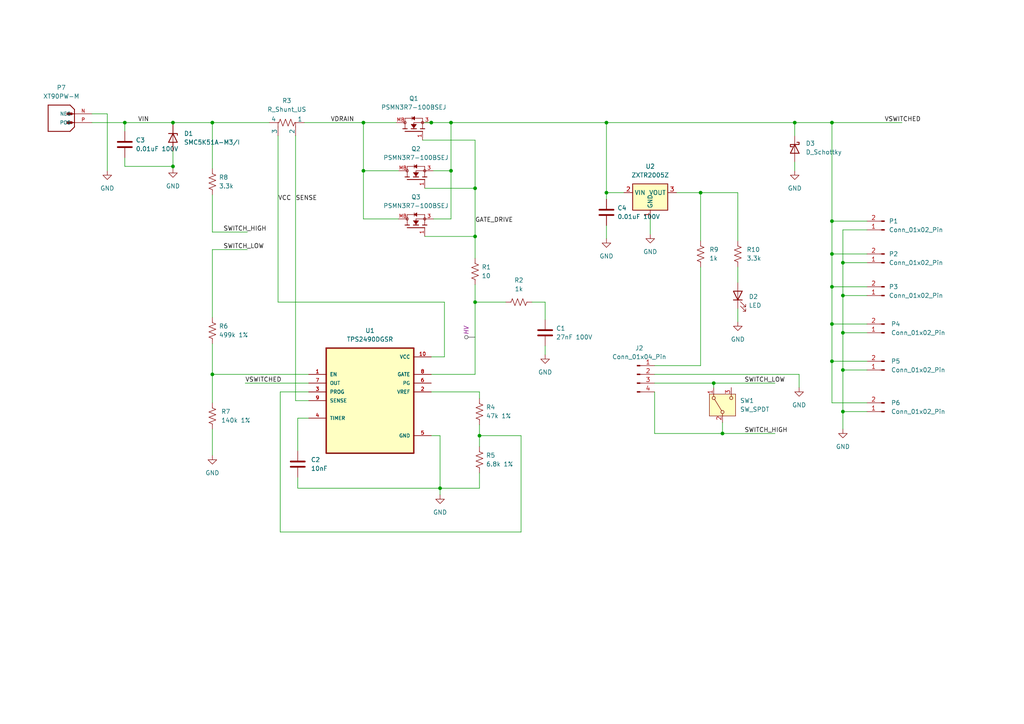
<source format=kicad_sch>
(kicad_sch (version 20230121) (generator eeschema)
  (paper "A4")
  (title_block (title "mjpower-ss r2") (company "mjbots Robotic Systems, LLC - info@mjbots.com") (comment 1 "Licensed under the Apache 2.0 License"))
  (lib_symbols
    (symbol "Connector:Conn_01x02_Pin" (pin_names (offset 1.016) hide)
      (property "Reference" "J" (at 0 2.54 0))
      (property "Value" "Conn_01x02_Pin" (at 0 -5.08 0))
      (symbol "Conn_01x02_Pin_1_1"
        (polyline (pts (xy 1.27 -2.54) (xy 0.8636 -2.54)) (stroke (width 0.1524)))
        (polyline (pts (xy 1.27 0) (xy 0.8636 0)) (stroke (width 0.1524)))
        (rectangle (start 0.8636 -2.413) (end 0 -2.667) (stroke (width 0.1524)) (fill (type outline)))
        (rectangle (start 0.8636 0.127) (end 0 -0.127) (stroke (width 0.1524)) (fill (type outline)))
        (pin passive line (at 5.08 0 180) (length 3.81) (name "Pin_1") (number "1"))
        (pin passive line (at 5.08 -2.54 180) (length 3.81) (name "Pin_2") (number "2"))
      )
    )
    (symbol "Connector:Conn_01x04_Pin" (pin_names (offset 1.016) hide)
      (property "Reference" "J" (at 0 5.08 0))
      (property "Value" "Conn_01x04_Pin" (at 0 -7.62 0))
      (symbol "Conn_01x04_Pin_1_1"
        (polyline (pts (xy 1.27 -5.08) (xy 0.8636 -5.08)) (stroke (width 0.1524)))
        (polyline (pts (xy 1.27 -2.54) (xy 0.8636 -2.54)) (stroke (width 0.1524)))
        (polyline (pts (xy 1.27 0) (xy 0.8636 0)) (stroke (width 0.1524)))
        (polyline (pts (xy 1.27 2.54) (xy 0.8636 2.54)) (stroke (width 0.1524)))
        (rectangle (start 0.8636 -4.953) (end 0 -5.207) (stroke (width 0.1524)) (fill (type outline)))
        (rectangle (start 0.8636 -2.413) (end 0 -2.667) (stroke (width 0.1524)) (fill (type outline)))
        (rectangle (start 0.8636 0.127) (end 0 -0.127) (stroke (width 0.1524)) (fill (type outline)))
        (rectangle (start 0.8636 2.667) (end 0 2.413) (stroke (width 0.1524)) (fill (type outline)))
        (pin passive line (at 5.08 2.54 180) (length 3.81) (name "Pin_1") (number "1"))
        (pin passive line (at 5.08 0 180) (length 3.81) (name "Pin_2") (number "2"))
        (pin passive line (at 5.08 -2.54 180) (length 3.81) (name "Pin_3") (number "3"))
        (pin passive line (at 5.08 -5.08 180) (length 3.81) (name "Pin_4") (number "4"))
      )
    )
    (symbol "Device:C" (pin_numbers hide) (pin_names (offset 0.254))
      (property "Reference" "C" (at 0.635 2.54 0))
      (property "Value" "C" (at 0.635 -2.54 0))
      (symbol "C_0_1"
        (polyline (pts (xy -2.032 -0.762) (xy 2.032 -0.762)) (stroke (width 0.508)))
        (polyline (pts (xy -2.032 0.762) (xy 2.032 0.762)) (stroke (width 0.508)))
      )
      (symbol "C_1_1"
        (pin passive line (at 0 3.81 270) (length 2.794) (name "~") (number "1"))
        (pin passive line (at 0 -3.81 90) (length 2.794) (name "~") (number "2"))
      )
    )
    (symbol "Device:D_Schottky" (pin_numbers hide) (pin_names (offset 1.016) hide)
      (property "Reference" "D" (at 0 2.54 0))
      (property "Value" "D_Schottky" (at 0 -2.54 0))
      (symbol "D_Schottky_0_1"
        (polyline (pts (xy 1.27 0) (xy -1.27 0)))
        (polyline (pts (xy 1.27 1.27) (xy 1.27 -1.27) (xy -1.27 0) (xy 1.27 1.27)) (stroke (width 0.254)))
        (polyline (pts (xy -1.905 0.635) (xy -1.905 1.27) (xy -1.27 1.27) (xy -1.27 -1.27) (xy -0.635 -1.27) (xy -0.635 -0.635)) (stroke (width 0.254)))
      )
      (symbol "D_Schottky_1_1"
        (pin passive line (at -3.81 0 0) (length 2.54) (name "K") (number "1"))
        (pin passive line (at 3.81 0 180) (length 2.54) (name "A") (number "2"))
      )
    )
    (symbol "Device:LED" (pin_numbers hide) (pin_names (offset 1.016) hide)
      (property "Reference" "D" (at 0 2.54 0))
      (property "Value" "LED" (at 0 -2.54 0))
      (symbol "LED_0_1"
        (polyline (pts (xy -1.27 -1.27) (xy -1.27 1.27)) (stroke (width 0.254)))
        (polyline (pts (xy -1.27 0) (xy 1.27 0)))
        (polyline (pts (xy 1.27 -1.27) (xy 1.27 1.27) (xy -1.27 0) (xy 1.27 -1.27)) (stroke (width 0.254)))
        (polyline (pts (xy -3.048 -0.762) (xy -4.572 -2.286) (xy -3.81 -2.286) (xy -4.572 -2.286) (xy -4.572 -1.524)))
        (polyline (pts (xy -1.778 -0.762) (xy -3.302 -2.286) (xy -2.54 -2.286) (xy -3.302 -2.286) (xy -3.302 -1.524)))
      )
      (symbol "LED_1_1"
        (pin passive line (at -3.81 0 0) (length 2.54) (name "K") (number "1"))
        (pin passive line (at 3.81 0 180) (length 2.54) (name "A") (number "2"))
      )
    )
    (symbol "Device:R_Shunt_US" (pin_numbers hide) (pin_names (offset 0))
      (property "Reference" "R" (at -5.08 0 90))
      (property "Value" "R_Shunt_US" (at -3.048 0 90))
      (symbol "R_Shunt_US_1_1"
        (polyline (pts (xy 0 -2.54) (xy 1.27 -2.54)))
        (polyline (pts (xy 0 -2.286) (xy 0 -2.54)))
        (polyline (pts (xy 0 2.286) (xy 0 2.54)))
        (polyline (pts (xy 1.27 2.54) (xy 0 2.54)))
        (polyline (pts (xy 0 -0.762) (xy 1.016 -1.143) (xy 0 -1.524) (xy -1.016 -1.905) (xy 0 -2.286)))
        (polyline (pts (xy 0 0.762) (xy 1.016 0.381) (xy 0 0) (xy -1.016 -0.381) (xy 0 -0.762)))
        (polyline (pts (xy 0 2.286) (xy 1.016 1.905) (xy 0 1.524) (xy -1.016 1.143) (xy 0 0.762)))
        (pin passive line (at 0 5.08 270) (length 2.54) (name "1") (number "1"))
        (pin passive line (at 3.81 2.54 180) (length 2.54) (name "2") (number "2"))
        (pin passive line (at 3.81 -2.54 180) (length 2.54) (name "3") (number "3"))
        (pin passive line (at 0 -5.08 90) (length 2.54) (name "4") (number "4"))
      )
    )
    (symbol "Device:R_US" (pin_numbers hide) (pin_names (offset 0))
      (property "Reference" "R" (at 2.54 0 90))
      (property "Value" "R_US" (at -2.54 0 90))
      (symbol "R_US_0_1"
        (polyline (pts (xy 0 -2.286) (xy 0 -2.54)))
        (polyline (pts (xy 0 2.286) (xy 0 2.54)))
        (polyline (pts (xy 0 -0.762) (xy 1.016 -1.143) (xy 0 -1.524) (xy -1.016 -1.905) (xy 0 -2.286)))
        (polyline (pts (xy 0 0.762) (xy 1.016 0.381) (xy 0 0) (xy -1.016 -0.381) (xy 0 -0.762)))
        (polyline (pts (xy 0 2.286) (xy 1.016 1.905) (xy 0 1.524) (xy -1.016 1.143) (xy 0 0.762)))
      )
      (symbol "R_US_1_1"
        (pin passive line (at 0 3.81 270) (length 1.27) (name "~") (number "1"))
        (pin passive line (at 0 -3.81 90) (length 1.27) (name "~") (number "2"))
      )
    )
    (symbol "Diode:Z3SMCxxx" (pin_numbers hide) (pin_names hide)
      (property "Reference" "D" (at 0 2.54 0))
      (property "Value" "Z3SMCxxx" (at 0 -2.54 0))
      (symbol "Z3SMCxxx_0_1"
        (polyline (pts (xy 1.27 0) (xy -1.27 0)))
        (polyline (pts (xy -1.27 -1.27) (xy -1.27 1.27) (xy -0.762 1.27)) (stroke (width 0.254)))
        (polyline (pts (xy 1.27 -1.27) (xy 1.27 1.27) (xy -1.27 0) (xy 1.27 -1.27)) (stroke (width 0.254)))
      )
      (symbol "Z3SMCxxx_1_1"
        (pin passive line (at -3.81 0 0) (length 2.54) (name "K") (number "1"))
        (pin passive line (at 3.81 0 180) (length 2.54) (name "A") (number "2"))
      )
    )
    (symbol "PSMN3R7-100BSEJ:PSMN3R7-100BSEJ" (pin_names (offset 1.016))
      (property "Reference" "Q" (at 5.08 1.27 0))
      (property "Value" "PSMN3R7-100BSEJ" (at 5.08 -1.27 0))
      (symbol "PSMN3R7-100BSEJ_0_0"
        (polyline (pts (xy 0 2.54) (xy 0 -2.54)) (stroke (width 0.254)))
        (polyline (pts (xy 0.762 -2.54) (xy 0.762 -3.175)) (stroke (width 0.254)))
        (polyline (pts (xy 0.762 -1.905) (xy 0.762 -2.54)) (stroke (width 0.254)))
        (polyline (pts (xy 0.762 0) (xy 0.762 -0.762)) (stroke (width 0.254)))
        (polyline (pts (xy 0.762 0) (xy 2.54 0)) (stroke (width 0.1524)))
        (polyline (pts (xy 0.762 0.762) (xy 0.762 0)) (stroke (width 0.254)))
        (polyline (pts (xy 0.762 2.54) (xy 0.762 1.905)) (stroke (width 0.254)))
        (polyline (pts (xy 0.762 2.54) (xy 3.81 2.54)) (stroke (width 0.1524)))
        (polyline (pts (xy 0.762 3.175) (xy 0.762 2.54)) (stroke (width 0.254)))
        (polyline (pts (xy 2.54 -2.54) (xy 0.762 -2.54)) (stroke (width 0.1524)))
        (polyline (pts (xy 2.54 -2.54) (xy 3.81 -2.54)) (stroke (width 0.1524)))
        (polyline (pts (xy 2.54 0) (xy 2.54 -2.54)) (stroke (width 0.1524)))
        (polyline (pts (xy 3.81 0.508) (xy 3.302 0.508)) (stroke (width 0.1524)))
        (polyline (pts (xy 3.81 0.508) (xy 3.81 -2.54)) (stroke (width 0.1524)))
        (polyline (pts (xy 3.81 2.54) (xy 3.81 0.508)) (stroke (width 0.1524)))
        (polyline (pts (xy 4.318 0.508) (xy 3.81 0.508)) (stroke (width 0.1524)))
        (polyline (pts (xy 1.016 0) (xy 2.032 0.762) (xy 2.032 -0.762) (xy 1.016 0)) (stroke (width 0.1524)) (fill (type outline)))
        (polyline (pts (xy 3.81 0.508) (xy 3.302 -0.254) (xy 4.318 -0.254) (xy 3.81 0.508)) (stroke (width 0.1524)) (fill (type outline)))
        (circle (center 2.54 -2.54) (radius 0.3592))
        (circle (center 2.54 2.54) (radius 0.3592))
        (pin passive line (at -2.54 -2.54 0) (length 2.54) (name "~") (number "1"))
        (pin passive line (at 2.54 -5.08 90) (length 2.54) (name "~") (number "3"))
        (pin passive line (at 2.54 5.08 270) (length 2.54) (name "~") (number "MB"))
      )
    )
    (symbol "Regulator_Linear:HT75xx-1-SOT89"
      (property "Reference" "U" (at -5.08 -3.81 0))
      (property "Value" "HT75xx-1-SOT89" (at 0 6.35 0))
      (symbol "HT75xx-1-SOT89_0_1"
        (rectangle (start -5.08 5.08) (end 5.08 -2.54) (stroke (width 0.254)) (fill (type background)))
      )
      (symbol "HT75xx-1-SOT89_1_1"
        (pin power_in line (at 0 -5.08 90) (length 2.54) (name "GND") (number "1"))
        (pin power_in line (at -7.62 2.54 0) (length 2.54) (name "VIN") (number "2"))
        (pin power_out line (at 7.62 2.54 180) (length 2.54) (name "VOUT") (number "3"))
      )
    )
    (symbol "Switch:SW_SPDT" (pin_names (offset 0) hide)
      (property "Reference" "SW" (at 0 5.08 0))
      (property "Value" "SW_SPDT" (at 0 -5.08 0))
      (symbol "SW_SPDT_0_1"
        (circle (center -2.032 0) (radius 0.4572))
        (polyline (pts (xy -1.651 0.254) (xy 1.651 2.286)))
        (circle (center 2.032 -2.54) (radius 0.4572))
        (circle (center 2.032 2.54) (radius 0.4572))
      )
      (symbol "SW_SPDT_1_1"
        (rectangle (start -3.175 3.81) (end 3.175 -3.81) (fill (type background)))
        (pin passive line (at 5.08 2.54 180) (length 2.54) (name "A") (number "1"))
        (pin passive line (at -5.08 0 0) (length 2.54) (name "B") (number "2"))
        (pin passive line (at 5.08 -2.54 180) (length 2.54) (name "C") (number "3"))
      )
    )
    (symbol "TPS2490DGSR:TPS2490DGSR" (pin_names (offset 1.016))
      (property "Reference" "U" (at -12.7 16.24 0))
      (property "Value" "TPS2490DGSR" (at -12.7 -19.24 0))
      (symbol "TPS2490DGSR_0_0"
        (rectangle (start -12.7 -15.24) (end 12.7 15.24) (stroke (width 0.41)) (fill (type background)))
        (pin input line (at -17.78 7.62 0) (length 5.08) (name "EN") (number "1"))
        (pin power_in line (at 17.78 12.7 180) (length 5.08) (name "VCC") (number "10"))
        (pin output line (at 17.78 2.54 180) (length 5.08) (name "VREF") (number "2"))
        (pin input line (at -17.78 2.54 0) (length 5.08) (name "PROG") (number "3"))
        (pin bidirectional line (at -17.78 -5.08 0) (length 5.08) (name "TIMER") (number "4"))
        (pin power_in line (at 17.78 -10.16 180) (length 5.08) (name "GND") (number "5"))
        (pin output line (at 17.78 5.08 180) (length 5.08) (name "PG") (number "6"))
        (pin input line (at -17.78 5.08 0) (length 5.08) (name "OUT") (number "7"))
        (pin output line (at 17.78 7.62 180) (length 5.08) (name "GATE") (number "8"))
        (pin input line (at -17.78 0 0) (length 5.08) (name "SENSE") (number "9"))
      )
    )
    (symbol "XT90PW-M:XT90PW-M" (pin_names (offset 1.016))
      (property "Reference" "J" (at 0 3.81 0))
      (property "Value" "XT90PW-M" (at 0 -7.62 0))
      (symbol "XT90PW-M_0_0"
        (polyline (pts (xy 0 -3.81) (xy 1.27 -5.08)) (stroke (width 0.254)))
        (polyline (pts (xy 0 -2.54) (xy 1.905 -2.54)) (stroke (width 0.254)))
        (polyline (pts (xy 0 0) (xy 0 -3.81)) (stroke (width 0.254)))
        (polyline (pts (xy 0 0) (xy 1.905 0)) (stroke (width 0.254)))
        (polyline (pts (xy 0 1.27) (xy 0 0)) (stroke (width 0.254)))
        (polyline (pts (xy 0 1.27) (xy 1.27 2.54)) (stroke (width 0.254)))
        (polyline (pts (xy 1.27 -5.08) (xy 7.62 -5.08)) (stroke (width 0.254)))
        (polyline (pts (xy 7.62 -5.08) (xy 7.62 2.54)) (stroke (width 0.254)))
        (polyline (pts (xy 7.62 2.54) (xy 1.27 2.54)) (stroke (width 0.254)))
        (rectangle (start 0.635 -2.8575) (end 2.2225 -2.2225) (stroke (width 0.1)) (fill (type outline)))
        (rectangle (start 0.635 -0.3175) (end 2.2225 0.3175) (stroke (width 0.1)) (fill (type outline)))
        (pin passive line (at -5.08 -2.54 0) (length 5.08) (name "NEG") (number "N"))
        (pin passive line (at -5.08 0 0) (length 5.08) (name "POS") (number "P"))
      )
    )
    (symbol "power:GND" (power) (pin_names (offset 0))
      (property "Value" "GND" (at 0 -3.81 0))
      (symbol "GND_0_1"
        (polyline (pts (xy 0 0) (xy 0 -1.27) (xy 1.27 -1.27) (xy 0 -2.54) (xy -1.27 -1.27) (xy 0 -1.27)))
      )
      (symbol "GND_1_1"
        (pin power_in line (at 0 0 270) (length 0) hide (name "GND") (number "1"))
      )
    )
  )
  (junction (at 125.095 35.56))
  (junction (at 137.795 68.58))
  (junction (at 137.795 54.61))
  (junction (at 241.3 35.56))
  (junction (at 137.795 87.63))
  (junction (at 130.81 35.56))
  (junction (at 61.595 108.585))
  (junction (at 230.505 35.56))
  (junction (at 61.595 35.56))
  (junction (at 209.55 125.73))
  (junction (at 244.475 107.315))
  (junction (at 50.165 48.26))
  (junction (at 241.3 64.135))
  (junction (at 175.895 35.56))
  (junction (at 244.475 119.38))
  (junction (at 244.475 76.2))
  (junction (at 244.475 85.725))
  (junction (at 244.475 96.52))
  (junction (at 105.41 49.53))
  (junction (at 175.895 55.88))
  (junction (at 241.3 83.185))
  (junction (at 241.3 93.98))
  (junction (at 130.81 49.53))
  (junction (at 203.2 55.88))
  (junction (at 127.635 141.605))
  (junction (at 36.195 35.56))
  (junction (at 50.165 35.56))
  (junction (at 207.01 111.125))
  (junction (at 241.3 104.775))
  (junction (at 105.41 35.56))
  (junction (at 139.065 126.365))
  (junction (at 241.3 73.66))
  (wire (pts (xy 36.195 35.56) (xy 50.165 35.56)))
  (wire (pts (xy 125.095 113.665) (xy 139.065 113.665)))
  (wire (pts (xy 123.19 68.58) (xy 137.795 68.58)))
  (wire (pts (xy 127.635 141.605) (xy 127.635 143.51)))
  (wire (pts (xy 203.2 106.045) (xy 189.865 106.045)))
  (wire (pts (xy 80.645 39.37) (xy 80.645 87.63)))
  (wire (pts (xy 61.595 35.56) (xy 78.105 35.56)))
  (wire (pts (xy 241.3 83.185) (xy 251.46 83.185)))
  (wire (pts (xy 203.2 77.47) (xy 203.2 106.045)))
  (wire (pts (xy 86.36 138.43) (xy 86.36 141.605)))
  (wire (pts (xy 80.645 87.63) (xy 128.905 87.63)))
  (wire (pts (xy 86.36 141.605) (xy 127.635 141.605)))
  (wire (pts (xy 158.115 87.63) (xy 158.115 92.71)))
  (wire (pts (xy 241.3 73.66) (xy 251.46 73.66)))
  (wire (pts (xy 151.13 126.365) (xy 139.065 126.365)))
  (wire (pts (xy 50.165 48.26) (xy 50.165 48.895)))
  (wire (pts (xy 175.895 65.405) (xy 175.895 69.215)))
  (wire (pts (xy 137.795 68.58) (xy 137.795 74.93)))
  (wire (pts (xy 203.2 55.88) (xy 203.2 69.85)))
  (wire (pts (xy 244.475 66.675) (xy 251.46 66.675)))
  (wire (pts (xy 241.3 64.135) (xy 241.3 73.66)))
  (wire (pts (xy 89.535 121.285) (xy 86.36 121.285)))
  (wire (pts (xy 123.19 35.56) (xy 125.095 35.56)))
  (wire (pts (xy 61.595 124.46) (xy 61.595 132.08)))
  (wire (pts (xy 71.12 111.125) (xy 89.535 111.125)))
  (wire (pts (xy 244.475 76.2) (xy 251.46 76.2)))
  (wire (pts (xy 175.895 35.56) (xy 230.505 35.56)))
  (wire (pts (xy 139.065 126.365) (xy 139.065 129.54)))
  (wire (pts (xy 85.725 116.205) (xy 89.535 116.205)))
  (wire (pts (xy 128.905 87.63) (xy 128.905 103.505)))
  (wire (pts (xy 128.905 103.505) (xy 125.095 103.505)))
  (wire (pts (xy 61.595 67.31) (xy 71.755 67.31)))
  (wire (pts (xy 89.535 113.665) (xy 81.28 113.665)))
  (wire (pts (xy 189.865 111.125) (xy 207.01 111.125)))
  (wire (pts (xy 241.3 93.98) (xy 241.3 104.775)))
  (wire (pts (xy 139.065 123.19) (xy 139.065 126.365)))
  (wire (pts (xy 213.995 55.88) (xy 203.2 55.88)))
  (wire (pts (xy 207.01 111.125) (xy 207.01 112.395)))
  (wire (pts (xy 175.895 35.56) (xy 175.895 55.88)))
  (wire (pts (xy 50.165 35.56) (xy 61.595 35.56)))
  (wire (pts (xy 130.81 49.53) (xy 125.73 49.53)))
  (wire (pts (xy 125.095 35.56) (xy 130.81 35.56)))
  (wire (pts (xy 61.595 56.515) (xy 61.595 67.31)))
  (wire (pts (xy 81.28 154.305) (xy 151.13 154.305)))
  (wire (pts (xy 61.595 99.695) (xy 61.595 108.585)))
  (wire (pts (xy 241.3 73.66) (xy 241.3 83.185)))
  (wire (pts (xy 241.3 104.775) (xy 251.46 104.775)))
  (wire (pts (xy 188.595 63.5) (xy 188.595 67.945)))
  (wire (pts (xy 213.995 89.535) (xy 213.995 93.345)))
  (wire (pts (xy 244.475 96.52) (xy 244.475 85.725)))
  (wire (pts (xy 175.895 57.785) (xy 175.895 55.88)))
  (wire (pts (xy 125.095 126.365) (xy 127.635 126.365)))
  (wire (pts (xy 158.115 100.33) (xy 158.115 102.87)))
  (wire (pts (xy 139.065 113.665) (xy 139.065 115.57)))
  (wire (pts (xy 127.635 126.365) (xy 127.635 141.605)))
  (wire (pts (xy 137.795 54.61) (xy 137.795 68.58)))
  (wire (pts (xy 26.67 35.56) (xy 36.195 35.56)))
  (wire (pts (xy 244.475 119.38) (xy 244.475 124.46)))
  (wire (pts (xy 231.775 108.585) (xy 231.775 112.395)))
  (wire (pts (xy 61.595 35.56) (xy 61.595 48.895)))
  (wire (pts (xy 89.535 108.585) (xy 61.595 108.585)))
  (wire (pts (xy 85.725 39.37) (xy 85.725 116.205)))
  (wire (pts (xy 244.475 76.2) (xy 244.475 66.675)))
  (wire (pts (xy 241.3 35.56) (xy 261.62 35.56)))
  (wire (pts (xy 137.795 87.63) (xy 146.685 87.63)))
  (wire (pts (xy 139.065 137.16) (xy 139.065 141.605)))
  (wire (pts (xy 61.595 72.39) (xy 71.755 72.39)))
  (wire (pts (xy 244.475 107.315) (xy 251.46 107.315)))
  (wire (pts (xy 251.46 119.38) (xy 244.475 119.38)))
  (wire (pts (xy 241.3 83.185) (xy 241.3 93.98)))
  (wire (pts (xy 244.475 85.725) (xy 251.46 85.725)))
  (wire (pts (xy 244.475 119.38) (xy 244.475 107.315)))
  (wire (pts (xy 209.55 125.73) (xy 224.79 125.73)))
  (wire (pts (xy 130.81 63.5) (xy 130.81 49.53)))
  (wire (pts (xy 151.13 154.305) (xy 151.13 126.365)))
  (wire (pts (xy 189.865 125.73) (xy 209.55 125.73)))
  (wire (pts (xy 130.81 35.56) (xy 130.81 49.53)))
  (wire (pts (xy 125.095 108.585) (xy 137.795 108.585)))
  (wire (pts (xy 36.195 48.26) (xy 50.165 48.26)))
  (wire (pts (xy 50.165 43.815) (xy 50.165 48.26)))
  (wire (pts (xy 241.3 104.775) (xy 241.3 116.84)))
  (wire (pts (xy 241.3 64.135) (xy 251.46 64.135)))
  (wire (pts (xy 36.195 45.72) (xy 36.195 48.26)))
  (wire (pts (xy 207.01 111.125) (xy 224.79 111.125)))
  (wire (pts (xy 86.36 121.285) (xy 86.36 130.81)))
  (wire (pts (xy 230.505 35.56) (xy 230.505 39.37)))
  (wire (pts (xy 137.795 40.64) (xy 137.795 54.61)))
  (wire (pts (xy 50.165 36.195) (xy 50.165 35.56)))
  (wire (pts (xy 137.795 87.63) (xy 137.795 82.55)))
  (wire (pts (xy 241.3 35.56) (xy 241.3 64.135)))
  (wire (pts (xy 88.265 35.56) (xy 105.41 35.56)))
  (wire (pts (xy 61.595 92.075) (xy 61.595 72.39)))
  (wire (pts (xy 244.475 96.52) (xy 251.46 96.52)))
  (wire (pts (xy 139.065 141.605) (xy 127.635 141.605)))
  (wire (pts (xy 241.3 93.98) (xy 251.46 93.98)))
  (wire (pts (xy 213.995 69.85) (xy 213.995 55.88)))
  (wire (pts (xy 189.865 108.585) (xy 231.775 108.585)))
  (wire (pts (xy 209.55 125.73) (xy 209.55 122.555)))
  (wire (pts (xy 31.115 33.02) (xy 31.115 49.53)))
  (wire (pts (xy 122.555 40.64) (xy 137.795 40.64)))
  (wire (pts (xy 241.3 116.84) (xy 251.46 116.84)))
  (wire (pts (xy 137.795 108.585) (xy 137.795 87.63)))
  (wire (pts (xy 230.505 35.56) (xy 241.3 35.56)))
  (wire (pts (xy 26.67 33.02) (xy 31.115 33.02)))
  (wire (pts (xy 130.81 35.56) (xy 175.895 35.56)))
  (wire (pts (xy 196.215 55.88) (xy 203.2 55.88)))
  (wire (pts (xy 125.73 63.5) (xy 130.81 63.5)))
  (wire (pts (xy 81.28 113.665) (xy 81.28 154.305)))
  (wire (pts (xy 61.595 108.585) (xy 61.595 116.84)))
  (wire (pts (xy 123.19 54.61) (xy 137.795 54.61)))
  (wire (pts (xy 189.865 113.665) (xy 189.865 125.73)))
  (wire (pts (xy 105.41 49.53) (xy 105.41 35.56)))
  (wire (pts (xy 105.41 35.56) (xy 114.935 35.56)))
  (wire (pts (xy 244.475 85.725) (xy 244.475 76.2)))
  (wire (pts (xy 36.195 35.56) (xy 36.195 38.1)))
  (wire (pts (xy 115.57 63.5) (xy 105.41 63.5)))
  (wire (pts (xy 213.995 77.47) (xy 213.995 81.915)))
  (wire (pts (xy 115.57 49.53) (xy 105.41 49.53)))
  (wire (pts (xy 244.475 107.315) (xy 244.475 96.52)))
  (wire (pts (xy 154.305 87.63) (xy 158.115 87.63)))
  (wire (pts (xy 105.41 63.5) (xy 105.41 49.53)))
  (wire (pts (xy 175.895 55.88) (xy 180.975 55.88)))
  (wire (pts (xy 230.505 46.99) (xy 230.505 49.53)))
  (label "VSWITCHED" (at 256.54 35.56 0))
  (label "SENSE" (at 85.725 58.42 0))
  (label "GATE_DRIVE" (at 137.795 64.77 0))
  (label "VCC" (at 80.645 58.42 0))
  (label "VIN" (at 40.005 35.56 0))
  (label "SWITCH_HIGH" (at 215.9 125.73 0))
  (label "VSWITCHED" (at 71.12 111.125 0))
  (label "VDRAIN" (at 95.885 35.56 0))
  (label "SWITCH_HIGH" (at 64.77 67.31 0))
  (label "SWITCH_LOW" (at 64.77 72.39 0))
  (label "SWITCH_LOW" (at 215.9 111.125 0))
  (netclass_flag "" (length 2.54) (shape round) (at 137.795 97.79 90) (property "Netclass" "HV" (at 135.255 97.0915 90) (effects (font italic) (justify left))))
  (symbol (lib_id "power:GND") (at 244.475 124.46 0) (unit 1)
    (property "Reference" "#PWR05" (effects hide))
    (property "Value" "GND" (at 244.475 129.54 0))
  )
  (symbol (lib_id "Regulator_Linear:HT75xx-1-SOT89") (at 188.595 58.42 0) (unit 1)
    (property "Reference" "U2" (at 188.595 48.26 0))
    (property "Value" "ZXTR2005Z" (at 188.595 50.8 0))
    (property "Footprint" "Package_TO_SOT_SMD:SOT-89-3" (effects hide))
    (property "Datasheet" "https://www.holtek.com/documents/10179/116711/HT75xx-1v250.pdf" (effects hide))
    (property "MPN" "ZXTR2005Z-13" (effects hide))
    (property "MF" "DIODES" (effects hide))
  )
  (symbol (lib_id "power:GND") (at 213.995 93.345 0) (unit 1)
    (property "Reference" "#PWR09" (effects hide))
    (property "Value" "GND" (at 213.995 98.425 0))
  )
  (symbol (lib_id "Device:R_US") (at 137.795 78.74 0) (unit 1)
    (property "Reference" "R1" (at 139.7 77.47 0) (effects (justify left)))
    (property "Value" "10" (at 139.7 80.01 0) (effects (justify left)))
    (property "Footprint" "Resistor_SMD:R_0603_1608Metric" (effects hide))
    (property "MPN" "MF-RES-0603-10" (effects hide))
  )
  (symbol (lib_id "power:GND") (at 31.115 49.53 0) (unit 1)
    (property "Reference" "#PWR03" (effects hide))
    (property "Value" "GND" (at 31.115 54.61 0))
  )
  (symbol (lib_id "Device:R_US") (at 61.595 52.705 0) (unit 1)
    (property "Reference" "R8" (at 63.5 51.435 0) (effects (justify left)))
    (property "Value" "3.3k" (at 63.5 53.975 0) (effects (justify left)))
    (property "Footprint" "Resistor_SMD:R_0603_1608Metric" (effects hide))
    (property "MPN" "RC0603FR-073K3L" (effects hide))
    (property "MF" "YAGEO" (effects hide))
  )
  (symbol (lib_id "Device:R_US") (at 139.065 119.38 0) (unit 1)
    (property "Reference" "R4" (at 140.97 118.11 0) (effects (justify left)))
    (property "Value" "47k 1%" (at 140.97 120.65 0) (effects (justify left)))
    (property "Footprint" "Resistor_SMD:R_0603_1608Metric" (effects hide))
    (property "MPN" "RC0603FR-0747KL" (effects hide))
    (property "MF" "YAGEO" (effects hide))
  )
  (symbol (lib_id "Diode:Z3SMCxxx") (at 50.165 40.005 270) (unit 1)
    (property "Reference" "D1" (at 53.34 38.735 90) (effects (justify left)))
    (property "Value" "SMC5K51A-M3/I" (at 53.34 41.275 90) (effects (justify left)))
    (property "Footprint" "Diode_SMD:D_SMC" (effects hide))
    (property "MPN" "SMC5K51A-M3/I" (effects hide))
    (property "MF" "VISHAY" (effects hide))
  )
  (symbol (lib_id "power:GND") (at 231.775 112.395 0) (unit 1)
    (property "Reference" "#PWR08" (effects hide))
    (property "Value" "GND" (at 231.775 117.475 0))
  )
  (symbol (lib_id "power:GND") (at 127.635 143.51 0) (unit 1)
    (property "Reference" "#PWR04" (effects hide))
    (property "Value" "GND" (at 127.635 148.59 0))
  )
  (symbol (lib_id "Device:R_US") (at 213.995 73.66 180) (unit 1)
    (property "Reference" "R10" (at 216.535 72.39 0) (effects (justify right)))
    (property "Value" "3.3k" (at 216.535 74.93 0) (effects (justify right)))
    (property "Footprint" "Resistor_SMD:R_0603_1608Metric" (effects hide))
    (property "MPN" "RC0603FR-073K3L" (effects hide))
    (property "MF" "YAGEO" (effects hide))
  )
  (symbol (lib_id "Device:R_US") (at 61.595 95.885 0) (unit 1)
    (property "Reference" "R6" (at 63.5 94.615 0) (effects (justify left)))
    (property "Value" "499k 1%" (at 63.5 97.155 0) (effects (justify left)))
    (property "Footprint" "Resistor_SMD:R_0603_1608Metric" (effects hide))
    (property "MPN" "RC0603FR-07499KL" (effects hide))
    (property "MF" "YAGEO" (effects hide))
  )
  (symbol (lib_id "PSMN3R7-100BSEJ:PSMN3R7-100BSEJ") (at 120.65 52.07 90) (unit 1)
    (property "Reference" "Q2" (at 120.65 43.18 90))
    (property "Value" "PSMN3R7-100BSEJ" (at 120.65 45.72 90))
    (property "Footprint" "footprints:TRANS_PSMN3R7-100BSEJ" (effects hide))
    (property "MF" "Nexperia" (effects hide))
    (property "MPN" "PSMN3R7-100BSEJ" (effects hide))
  )
  (symbol (lib_id "Device:C") (at 36.195 41.91 0) (unit 1)
    (property "Reference" "C3" (at 39.37 40.64 0) (effects (justify left)))
    (property "Value" "0.01uF 100V" (at 39.37 43.18 0) (effects (justify left)))
    (property "Footprint" "Capacitor_SMD:C_0603_1608Metric" (effects hide))
    (property "MPN" "GCM188R72A103KA37D" (effects hide))
    (property "MF" "MURATA" (effects hide))
  )
  (symbol (lib_id "power:GND") (at 230.505 49.53 0) (unit 1)
    (property "Reference" "#PWR010" (effects hide))
    (property "Value" "GND" (at 230.505 54.61 0))
  )
  (symbol (lib_id "Switch:SW_SPDT") (at 209.55 117.475 90) (unit 1)
    (property "Reference" "SW1" (at 214.63 116.205 90) (effects (justify right)))
    (property "Value" "SW_SPDT" (at 214.63 118.745 90) (effects (justify right)))
    (property "Footprint" "footprints:SW_G-107-0513" (effects hide))
    (property "MPN" "G-107-0513" (effects hide))
    (property "MF" "CW Industries" (effects hide))
  )
  (symbol (lib_id "Device:D_Schottky") (at 230.505 43.18 270) (unit 1)
    (property "Reference" "D3" (at 233.68 41.5925 90) (effects (justify left)))
    (property "Value" "D_Schottky" (at 233.68 44.1325 90) (effects (justify left)))
    (property "Footprint" "footprints:TO-277A" (effects hide))
    (property "MPN" "V10P15-M3/H" (effects hide))
    (property "MF" "VISHAY" (effects hide))
  )
  (symbol (lib_id "PSMN3R7-100BSEJ:PSMN3R7-100BSEJ") (at 120.65 66.04 90) (unit 1)
    (property "Reference" "Q3" (at 120.65 57.15 90))
    (property "Value" "PSMN3R7-100BSEJ" (at 120.65 59.69 90))
    (property "Footprint" "footprints:TRANS_PSMN3R7-100BSEJ" (effects hide))
    (property "MF" "Nexperia" (effects hide))
    (property "MPN" "PSMN3R7-100BSEJ" (effects hide))
  )
  (symbol (lib_id "power:GND") (at 50.165 48.895 0) (unit 1)
    (property "Reference" "#PWR02" (effects hide))
    (property "Value" "GND" (at 50.165 53.975 0))
  )
  (symbol (lib_id "Connector:Conn_01x02_Pin") (at 256.54 76.2 180) (unit 1)
    (property "Reference" "P2" (at 257.81 73.66 0) (effects (justify right)))
    (property "Value" "Conn_01x02_Pin" (at 257.81 76.2 0) (effects (justify right)))
    (property "Footprint" "footprints:XT30UPB-F" (effects hide))
    (property "MPN" "XT30UPB-F" (effects hide))
    (property "MF" "AMASS" (effects hide))
  )
  (symbol (lib_id "Device:R_US") (at 61.595 120.65 0) (unit 1)
    (property "Reference" "R7" (at 64.135 119.38 0) (effects (justify left)))
    (property "Value" "140k 1%" (at 64.135 121.92 0) (effects (justify left)))
    (property "Footprint" "Resistor_SMD:R_0603_1608Metric" (effects hide))
    (property "MPN" "RC0603FR-07140KL" (effects hide))
    (property "MF" "YAGEO" (effects hide))
  )
  (symbol (lib_id "Device:R_US") (at 203.2 73.66 180) (unit 1)
    (property "Reference" "R9" (at 205.74 72.39 0) (effects (justify right)))
    (property "Value" "1k" (at 205.74 74.93 0) (effects (justify right)))
    (property "Footprint" "Resistor_SMD:R_0603_1608Metric" (effects hide))
    (property "MPN" "MF-RES-0603-1K" (effects hide))
    (property "MF" "YAGEO" (effects hide))
  )
  (symbol (lib_id "Device:R_Shunt_US") (at 83.185 35.56 270) (unit 1)
    (property "Reference" "R3" (at 83.185 29.21 90))
    (property "Value" "R_Shunt_US" (at 83.185 31.75 90))
    (property "Footprint" "footprints:WSL2512_SHUNT" (effects hide))
    (property "MPN" "WSLF2512L5000FEA" (effects hide))
    (property "MF" "VISHAY DALE" (effects hide))
  )
  (symbol (lib_id "power:GND") (at 188.595 67.945 0) (unit 1)
    (property "Reference" "#PWR07" (effects hide))
    (property "Value" "GND" (at 188.595 73.025 0))
  )
  (symbol (lib_id "TPS2490DGSR:TPS2490DGSR") (at 107.315 116.205 0) (unit 1)
    (property "Reference" "U1" (at 107.315 95.885 0))
    (property "Value" "TPS2490DGSR" (at 107.315 98.425 0))
    (property "Footprint" "footprints:SOP50P490X110-10N" (effects hide))
    (property "MPN" "TPS2490DGSR" (effects hide))
    (property "MF" "TI" (effects hide))
  )
  (symbol (lib_id "Connector:Conn_01x02_Pin") (at 256.54 66.675 180) (unit 1)
    (property "Reference" "P1" (at 257.81 64.135 0) (effects (justify right)))
    (property "Value" "Conn_01x02_Pin" (at 257.81 66.675 0) (effects (justify right)))
    (property "Footprint" "footprints:XT30UPB-F" (effects hide))
    (property "MPN" "XT30UPB-F" (effects hide))
    (property "MF" "AMASS" (effects hide))
  )
  (symbol (lib_id "Device:R_US") (at 150.495 87.63 90) (unit 1)
    (property "Reference" "R2" (at 150.495 81.28 90))
    (property "Value" "1k" (at 150.495 83.82 90))
    (property "Footprint" "Resistor_SMD:R_0603_1608Metric" (effects hide))
    (property "MPN" "MF-RES-0603-1K" (effects hide))
  )
  (symbol (lib_id "Device:LED") (at 213.995 85.725 90) (unit 1)
    (property "Reference" "D2" (at 217.17 86.0425 90) (effects (justify right)))
    (property "Value" "LED" (at 217.17 88.5825 90) (effects (justify right)))
    (property "Footprint" "LED_SMD:LED_1210_3225Metric" (effects hide))
    (property "MPN" "APD3224ZGC-F01" (effects hide))
    (property "MF" "KINGBRIGHT" (effects hide))
  )
  (symbol (lib_id "Device:R_US") (at 139.065 133.35 0) (unit 1)
    (property "Reference" "R5" (at 140.97 132.08 0) (effects (justify left)))
    (property "Value" "6.8k 1%" (at 140.97 134.62 0) (effects (justify left)))
    (property "Footprint" "Resistor_SMD:R_0603_1608Metric" (effects hide))
    (property "MPN" "RC0603FR-076K8L" (effects hide))
    (property "MF" "YAGEO" (effects hide))
  )
  (symbol (lib_id "power:GND") (at 61.595 132.08 0) (unit 1)
    (property "Reference" "#PWR06" (effects hide))
    (property "Value" "GND" (at 61.595 137.16 0))
  )
  (symbol (lib_id "Device:C") (at 86.36 134.62 0) (unit 1)
    (property "Reference" "C2" (at 90.17 133.35 0) (effects (justify left)))
    (property "Value" "10nF" (at 90.17 135.89 0) (effects (justify left)))
    (property "Footprint" "Capacitor_SMD:C_0603_1608Metric" (effects hide))
    (property "MPN" "MF-CAP-0603-0.01uF" (effects hide))
  )
  (symbol (lib_id "Connector:Conn_01x02_Pin") (at 256.54 85.725 180) (unit 1)
    (property "Reference" "P3" (at 257.81 83.185 0) (effects (justify right)))
    (property "Value" "Conn_01x02_Pin" (at 257.81 85.725 0) (effects (justify right)))
    (property "Footprint" "footprints:XT30UPB-F" (effects hide))
    (property "MPN" "XT30UPB-F" (effects hide))
    (property "MF" "AMASS" (effects hide))
  )
  (symbol (lib_id "Connector:Conn_01x02_Pin") (at 256.54 96.52 180) (unit 1)
    (property "Reference" "P4" (at 258.445 93.98 0) (effects (justify right)))
    (property "Value" "Conn_01x02_Pin" (at 258.445 96.52 0) (effects (justify right)))
    (property "Footprint" "footprints:XT30UPB-F" (effects hide))
    (property "MPN" "XT30UPB-F" (effects hide))
    (property "MF" "AMASS" (effects hide))
  )
  (symbol (lib_id "Device:C") (at 175.895 61.595 0) (unit 1)
    (property "Reference" "C4" (at 179.07 60.325 0) (effects (justify left)))
    (property "Value" "0.01uF 100V" (at 179.07 62.865 0) (effects (justify left)))
    (property "Footprint" "Capacitor_SMD:C_0603_1608Metric" (effects hide))
    (property "MPN" "GCM188R72A103KA37D" (effects hide))
    (property "MF" "MURATA" (effects hide))
  )
  (symbol (lib_id "Connector:Conn_01x02_Pin") (at 256.54 107.315 180) (unit 1)
    (property "Reference" "P5" (at 258.445 104.775 0) (effects (justify right)))
    (property "Value" "Conn_01x02_Pin" (at 258.445 107.315 0) (effects (justify right)))
    (property "Footprint" "footprints:XT30UPB-F" (effects hide))
    (property "MPN" "XT30UPB-F" (effects hide))
    (property "MF" "AMASS" (effects hide))
  )
  (symbol (lib_id "XT90PW-M:XT90PW-M") (at 21.59 35.56 180) (unit 1)
    (property "Reference" "P7" (at 17.78 25.4 0))
    (property "Value" "XT90PW-M" (at 17.78 27.94 0))
    (property "Footprint" "footprints:AMASS_XT90PW-M" (effects hide))
    (property "MF" "AMASS" (effects hide))
    (property "MPN" "XT90PW-M" (effects hide))
  )
  (symbol (lib_id "PSMN3R7-100BSEJ:PSMN3R7-100BSEJ") (at 120.015 38.1 90) (unit 1)
    (property "Reference" "Q1" (at 120.015 28.575 90))
    (property "Value" "PSMN3R7-100BSEJ" (at 120.015 31.115 90))
    (property "Footprint" "footprints:TRANS_PSMN3R7-100BSEJ" (effects hide))
    (property "MF" "Nexperia" (effects hide))
    (property "MPN" "PSMN3R7-100BSEJ" (effects hide))
  )
  (symbol (lib_id "Connector:Conn_01x04_Pin") (at 184.785 108.585 0) (unit 1)
    (property "Reference" "J2" (at 185.42 100.965 0))
    (property "Value" "Conn_01x04_Pin" (at 185.42 103.505 0))
    (property "Footprint" "footprints:JST_B4B-PH-SM4-TB" (effects hide))
    (property "MPN" "B4B-PH-SM4-TB(LF)(SN)" (effects hide))
    (property "MF" "JST" (effects hide))
  )
  (symbol (lib_id "Connector:Conn_01x02_Pin") (at 256.54 119.38 180) (unit 1)
    (property "Reference" "P6" (at 258.445 116.84 0) (effects (justify right)))
    (property "Value" "Conn_01x02_Pin" (at 258.445 119.38 0) (effects (justify right)))
    (property "Footprint" "footprints:XT30UPB-F" (effects hide))
    (property "MPN" "XT30UPB-F" (effects hide))
    (property "MF" "AMASS" (effects hide))
  )
  (symbol (lib_id "Device:C") (at 158.115 96.52 0) (unit 1)
    (property "Reference" "C1" (at 161.29 95.25 0) (effects (justify left)))
    (property "Value" "27nF 100V" (at 161.29 97.79 0) (effects (justify left)))
    (property "Footprint" "Capacitor_SMD:C_0603_1608Metric" (effects hide))
    (property "MPN" "C0603C273K1RACTU" (effects hide))
    (property "MF" "KEMET" (effects hide))
  )
  (symbol (lib_id "power:GND") (at 175.895 69.215 0) (unit 1)
    (property "Reference" "#PWR011" (effects hide))
    (property "Value" "GND" (at 175.895 74.295 0))
  )
  (symbol (lib_id "power:GND") (at 158.115 102.87 0) (unit 1)
    (property "Reference" "#PWR01" (effects hide))
    (property "Value" "GND" (at 158.115 107.95 0))
  )
)
</source>
